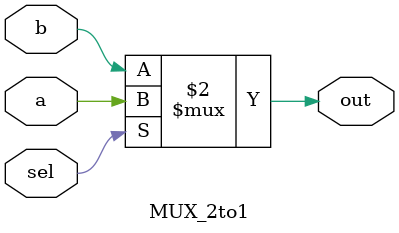
<source format=v>
`timescale 1ns/1ns
module MUX_2to1(
  input a, 
  input b, 
  input sel, 
  output out 
);
assign out = (sel==1) ? a : b ;
endmodule


</source>
